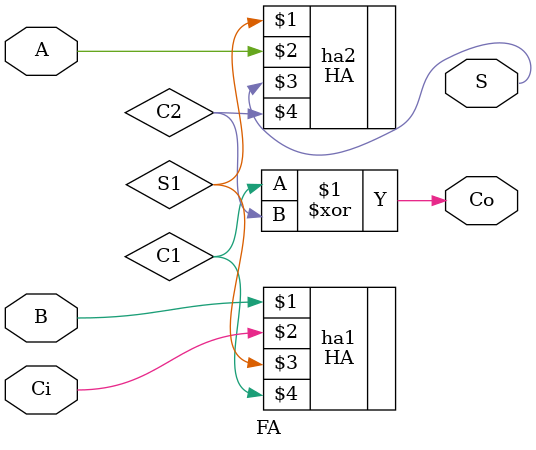
<source format=v>
`timescale 1ns / 1ps
module FA(input A,input B,input Ci,output reg S,output reg Co);
	
	
	wire S1, C1,C2;
	HA ha1(B,Ci, S1, C1);
	HA ha2(S1, A, S, C2); 
	
	assign Co = C1 ^ C2;
	
endmodule

</source>
